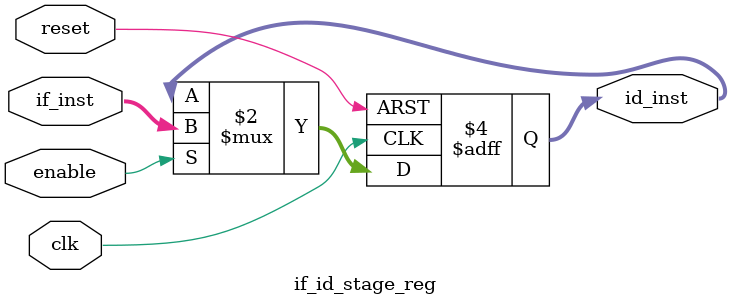
<source format=v>
`timescale 1ns / 1ps
module if_id_stage_reg #(
	parameter DATA_WIDTH = 32
) (
	input wire clk,
	input wire reset,
	input wire enable,

	input wire [DATA_WIDTH - 1:0] if_inst,
	output reg [DATA_WIDTH - 1:0] id_inst

);

always @(posedge clk or posedge reset) begin
	if (reset)
		id_inst <= {DATA_WIDTH{1'b0}};
	else if (enable)
		id_inst <= if_inst;
end


endmodule

</source>
